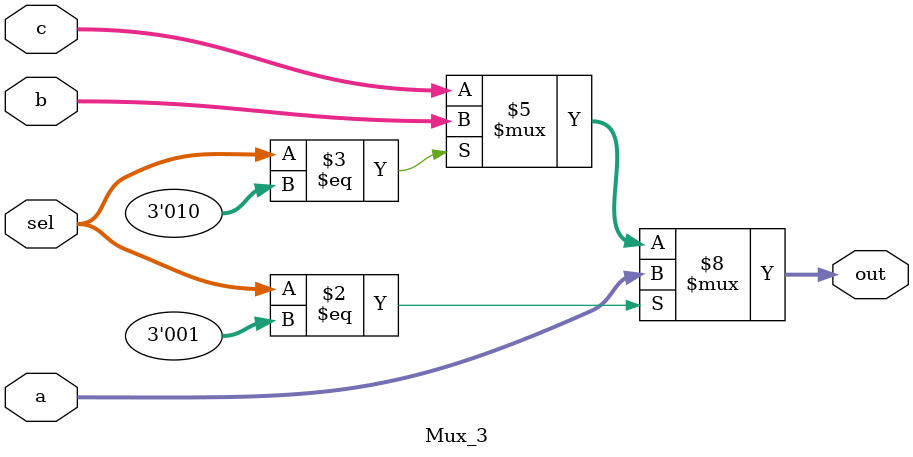
<source format=v>
`timescale 1ns/1ps

module Mux_3(input [4:0] a, input [4:0] b, input [4:0] c, input [2:0] sel, output reg [4:0] out);

    always @(a or b or c or sel) begin
//        $display("Mux_3 sel = %x, a = %x, b = %x, c = %x", sel, a, b, c);
        if (sel == 3'b001) begin
            out <= a;
//            $display("Mux_3_out 1 = %d", out);
        end
        else if (sel == 3'b010) begin
            out <= b;
//            $display("Mux_3_out 2 = %d", out);
        end
        else begin
            out <= c;
//            $display("Mux_3_out 3 = %d", out);
        end
        
        
    end
endmodule
</source>
